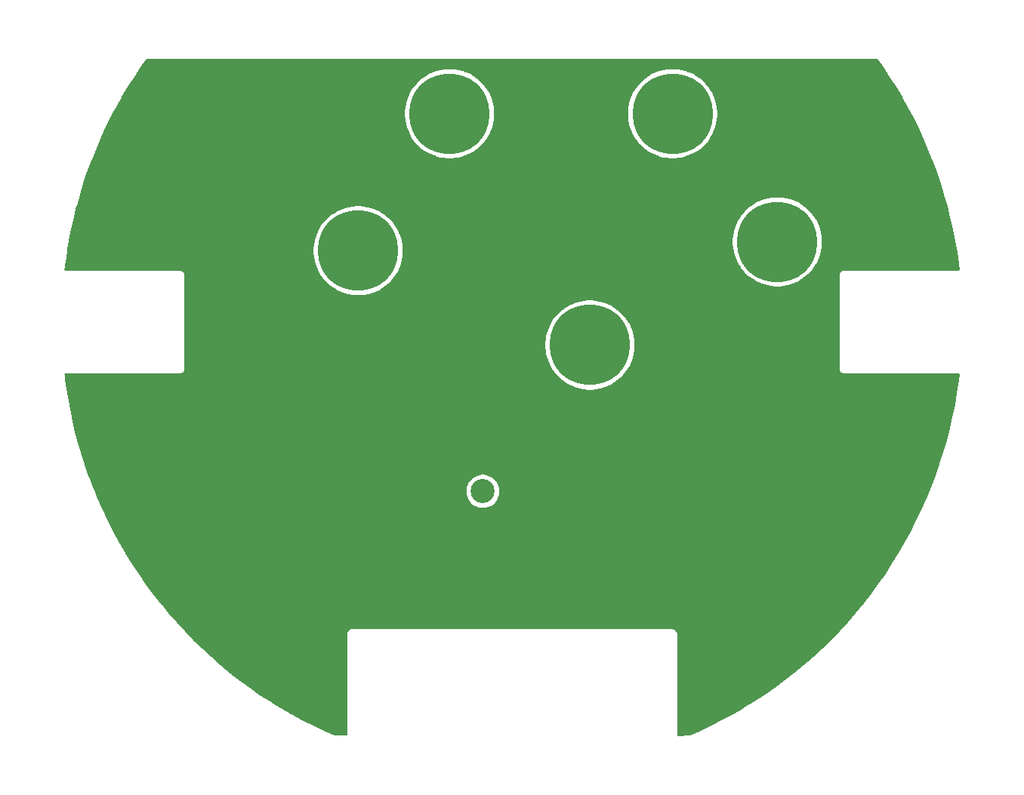
<source format=gbr>
%TF.GenerationSoftware,KiCad,Pcbnew,9.0.3*%
%TF.CreationDate,2025-07-31T21:15:47+09:00*%
%TF.ProjectId,power_circuit,706f7765-725f-4636-9972-637569742e6b,00*%
%TF.SameCoordinates,Original*%
%TF.FileFunction,Copper,L1,Top*%
%TF.FilePolarity,Positive*%
%FSLAX46Y46*%
G04 Gerber Fmt 4.6, Leading zero omitted, Abs format (unit mm)*
G04 Created by KiCad (PCBNEW 9.0.3) date 2025-07-31 21:15:47*
%MOMM*%
%LPD*%
G01*
G04 APERTURE LIST*
G04 Aperture macros list*
%AMRoundRect*
0 Rectangle with rounded corners*
0 $1 Rounding radius*
0 $2 $3 $4 $5 $6 $7 $8 $9 X,Y pos of 4 corners*
0 Add a 4 corners polygon primitive as box body*
4,1,4,$2,$3,$4,$5,$6,$7,$8,$9,$2,$3,0*
0 Add four circle primitives for the rounded corners*
1,1,$1+$1,$2,$3*
1,1,$1+$1,$4,$5*
1,1,$1+$1,$6,$7*
1,1,$1+$1,$8,$9*
0 Add four rect primitives between the rounded corners*
20,1,$1+$1,$2,$3,$4,$5,0*
20,1,$1+$1,$4,$5,$6,$7,0*
20,1,$1+$1,$6,$7,$8,$9,0*
20,1,$1+$1,$8,$9,$2,$3,0*%
G04 Aperture macros list end*
%TA.AperFunction,ComponentPad*%
%ADD10RoundRect,0.250001X-1.099999X-1.099999X1.099999X-1.099999X1.099999X1.099999X-1.099999X1.099999X0*%
%TD*%
%TA.AperFunction,ComponentPad*%
%ADD11C,2.700000*%
%TD*%
%TA.AperFunction,ComponentPad*%
%ADD12C,0.900000*%
%TD*%
%TA.AperFunction,ComponentPad*%
%ADD13C,9.000000*%
%TD*%
G04 APERTURE END LIST*
D10*
%TO.P,J7,1,Pin_1*%
%TO.N,+24V*%
X63020000Y-83625000D03*
D11*
%TO.P,J7,2,Pin_2*%
%TO.N,GND*%
X66980000Y-83625000D03*
%TD*%
D12*
%TO.P,J2,1,Pin_1*%
%TO.N,GND*%
X75611485Y-67213515D03*
X76600000Y-64827030D03*
X76600000Y-69600000D03*
X78986485Y-63838515D03*
D13*
X78986485Y-67213515D03*
D12*
X78986485Y-70588515D03*
X81372970Y-64827030D03*
X81372970Y-69600000D03*
X82361485Y-67213515D03*
%TD*%
%TO.P,J1,1,Pin_1*%
%TO.N,+24V*%
X59811485Y-67413515D03*
X60800000Y-65027030D03*
X60800000Y-69800000D03*
X63186485Y-64038515D03*
D13*
X63186485Y-67413515D03*
D12*
X63186485Y-70788515D03*
X65572970Y-65027030D03*
X65572970Y-69800000D03*
X66561485Y-67413515D03*
%TD*%
D13*
%TO.P,J5,1,1*%
%TO.N,+24V*%
X42000000Y-56625000D03*
%TO.P,J5,2,2*%
%TO.N,GND*%
X53000000Y-56625000D03*
%TD*%
%TO.P,J3,1,1*%
%TO.N,+24V*%
X52250000Y-41250000D03*
%TO.P,J3,2,2*%
%TO.N,GND*%
X63250000Y-41250000D03*
%TD*%
%TO.P,J4,1,1*%
%TO.N,+24V*%
X77250000Y-41250000D03*
%TO.P,J4,2,2*%
%TO.N,GND*%
X88250000Y-41250000D03*
%TD*%
%TO.P,J6,1,1*%
%TO.N,+24V*%
X89000000Y-55625000D03*
%TO.P,J6,2,2*%
%TO.N,GND*%
X100000000Y-55625000D03*
%TD*%
%TA.AperFunction,Conductor*%
%TO.N,+24V*%
G36*
X111256280Y-35136177D02*
G01*
X111290474Y-35168883D01*
X111873534Y-35993151D01*
X111875381Y-35995836D01*
X112611678Y-37097021D01*
X112613454Y-37099754D01*
X113320549Y-38219903D01*
X113322253Y-38222682D01*
X113999693Y-39361077D01*
X114001322Y-39363900D01*
X114648564Y-40519630D01*
X114650083Y-40522427D01*
X115266769Y-41694849D01*
X115268248Y-41697753D01*
X115853910Y-42885984D01*
X115855312Y-42888927D01*
X116409498Y-44092051D01*
X116410823Y-44095029D01*
X116933219Y-45312352D01*
X116934465Y-45315364D01*
X117424683Y-46545989D01*
X117425849Y-46549032D01*
X117883549Y-47792105D01*
X117884635Y-47795178D01*
X118309520Y-49049893D01*
X118310524Y-49052994D01*
X118702264Y-50318376D01*
X118703187Y-50321502D01*
X119061537Y-51596756D01*
X119062378Y-51599905D01*
X119387101Y-52884189D01*
X119387858Y-52887359D01*
X119678703Y-54179682D01*
X119679377Y-54182871D01*
X119936159Y-55482411D01*
X119936749Y-55485617D01*
X120159289Y-56791468D01*
X120159794Y-56794688D01*
X120347936Y-58105943D01*
X120348356Y-58109174D01*
X120421553Y-58736120D01*
X120409776Y-58804990D01*
X120362634Y-58856560D01*
X120298390Y-58874500D01*
X107434108Y-58874500D01*
X107306812Y-58908608D01*
X107192686Y-58974500D01*
X107192683Y-58974502D01*
X107099502Y-59067683D01*
X107099500Y-59067686D01*
X107033608Y-59181812D01*
X106999500Y-59309108D01*
X106999500Y-69940891D01*
X107033608Y-70068187D01*
X107066554Y-70125250D01*
X107099500Y-70182314D01*
X107192686Y-70275500D01*
X107306814Y-70341392D01*
X107434108Y-70375500D01*
X107434110Y-70375500D01*
X107617246Y-70375500D01*
X107617255Y-70375499D01*
X120298047Y-70375499D01*
X120365086Y-70395184D01*
X120410841Y-70447988D01*
X120421203Y-70513939D01*
X120341936Y-71189999D01*
X120341497Y-71193352D01*
X120144315Y-72553338D01*
X120143784Y-72556677D01*
X119909605Y-73910739D01*
X119908984Y-73914062D01*
X119637964Y-75261271D01*
X119637252Y-75264577D01*
X119329601Y-76603898D01*
X119328799Y-76607182D01*
X118984755Y-77937583D01*
X118983864Y-77940845D01*
X118603664Y-79261408D01*
X118602684Y-79264644D01*
X118186624Y-80574338D01*
X118185556Y-80577546D01*
X117733958Y-81875364D01*
X117732804Y-81878542D01*
X117245966Y-83163619D01*
X117244725Y-83166764D01*
X116723038Y-84438077D01*
X116721712Y-84441188D01*
X116165549Y-85697818D01*
X116164138Y-85700891D01*
X115573942Y-86941842D01*
X115572449Y-86944875D01*
X114948617Y-88169317D01*
X114947041Y-88172309D01*
X114290055Y-89379289D01*
X114288398Y-89382236D01*
X113598754Y-90570843D01*
X113597017Y-90573744D01*
X112875236Y-91743084D01*
X112873421Y-91745937D01*
X112120011Y-92895186D01*
X112118119Y-92897988D01*
X111333660Y-94026261D01*
X111331692Y-94029011D01*
X110516747Y-95135496D01*
X110514705Y-95138190D01*
X109669943Y-96221983D01*
X109667829Y-96224622D01*
X108793759Y-97285066D01*
X108791573Y-97287645D01*
X107888952Y-98323821D01*
X107886696Y-98326340D01*
X106956182Y-99337497D01*
X106953859Y-99339954D01*
X105996070Y-100325418D01*
X105993680Y-100327810D01*
X105009432Y-101286740D01*
X105006979Y-101289066D01*
X103996914Y-102220838D01*
X103994398Y-102223097D01*
X102959309Y-103126978D01*
X102956758Y-103129146D01*
X101897396Y-104004483D01*
X101894760Y-104006601D01*
X100811952Y-104852706D01*
X100809260Y-104854751D01*
X99703762Y-105671037D01*
X99701014Y-105673008D01*
X98573736Y-106458804D01*
X98570937Y-106460700D01*
X97422559Y-107215531D01*
X97419708Y-107217349D01*
X96251243Y-107940547D01*
X96248344Y-107942287D01*
X95060587Y-108633364D01*
X95057641Y-108635025D01*
X93851459Y-109293471D01*
X93848470Y-109295050D01*
X92624815Y-109920352D01*
X92621783Y-109921850D01*
X91381503Y-110513569D01*
X91378432Y-110514983D01*
X90222713Y-111028160D01*
X90177872Y-111038709D01*
X88879981Y-111096135D01*
X88812137Y-111079433D01*
X88764093Y-111028703D01*
X88750500Y-110972256D01*
X88750500Y-99559110D01*
X88750500Y-99559108D01*
X88716392Y-99431814D01*
X88650500Y-99317686D01*
X88557314Y-99224500D01*
X88500250Y-99191554D01*
X88443187Y-99158608D01*
X88379539Y-99141554D01*
X88315892Y-99124500D01*
X52315892Y-99124500D01*
X52184108Y-99124500D01*
X52056812Y-99158608D01*
X51942686Y-99224500D01*
X51942683Y-99224502D01*
X51849502Y-99317683D01*
X51849500Y-99317686D01*
X51783608Y-99431812D01*
X51749500Y-99559108D01*
X51749500Y-110947551D01*
X51729815Y-111014590D01*
X51677011Y-111060345D01*
X51625500Y-111071551D01*
X50404210Y-111071551D01*
X50354103Y-111060976D01*
X49207676Y-110554530D01*
X49204597Y-110553119D01*
X47961017Y-109962648D01*
X47957977Y-109961154D01*
X46730948Y-109336915D01*
X46727950Y-109335338D01*
X45518439Y-108677822D01*
X45515486Y-108676164D01*
X45444502Y-108635025D01*
X45104858Y-108438182D01*
X44324388Y-107985856D01*
X44321480Y-107984117D01*
X43532708Y-107497724D01*
X43149662Y-107261521D01*
X43146842Y-107259728D01*
X41995225Y-106505411D01*
X41992417Y-106503517D01*
X40861800Y-105718004D01*
X40859045Y-105716033D01*
X40255855Y-105272047D01*
X39750341Y-104899956D01*
X39747682Y-104897943D01*
X39098169Y-104391934D01*
X38661636Y-104051849D01*
X38658993Y-104049731D01*
X37596526Y-103174342D01*
X37593941Y-103172153D01*
X36555709Y-102268008D01*
X36553219Y-102265778D01*
X35540125Y-101333660D01*
X35537675Y-101331344D01*
X34720271Y-100536970D01*
X34550347Y-100371833D01*
X34548002Y-100369490D01*
X33634449Y-99431812D01*
X33587323Y-99383441D01*
X33584992Y-99380983D01*
X32651573Y-98369030D01*
X32649311Y-98366509D01*
X31743915Y-97329474D01*
X31741722Y-97326892D01*
X30928518Y-96342422D01*
X30864935Y-96265447D01*
X30862877Y-96262885D01*
X30015440Y-95177927D01*
X30013401Y-95175243D01*
X29985062Y-95136844D01*
X29203337Y-94077599D01*
X29195904Y-94067527D01*
X29193930Y-94064774D01*
X28407015Y-92935172D01*
X28405117Y-92932366D01*
X27649349Y-91781689D01*
X27647529Y-91778833D01*
X26923483Y-90607959D01*
X26921741Y-90605054D01*
X26901856Y-90570843D01*
X26229944Y-89414835D01*
X26228282Y-89411884D01*
X26162526Y-89291287D01*
X25569234Y-88203176D01*
X25567666Y-88200205D01*
X25553430Y-88172309D01*
X24941873Y-86973934D01*
X24940388Y-86970922D01*
X24348325Y-85728022D01*
X24346956Y-85725044D01*
X23789049Y-84466404D01*
X23787755Y-84463376D01*
X23393372Y-83503711D01*
X65129500Y-83503711D01*
X65129500Y-83746288D01*
X65161161Y-83986785D01*
X65223947Y-84221104D01*
X65314469Y-84439643D01*
X65316776Y-84445212D01*
X65438064Y-84655289D01*
X65438066Y-84655292D01*
X65438067Y-84655293D01*
X65585733Y-84847736D01*
X65585739Y-84847743D01*
X65757256Y-85019260D01*
X65757262Y-85019265D01*
X65949711Y-85166936D01*
X66159788Y-85288224D01*
X66383900Y-85381054D01*
X66618211Y-85443838D01*
X66798586Y-85467584D01*
X66858711Y-85475500D01*
X66858712Y-85475500D01*
X67101289Y-85475500D01*
X67149388Y-85469167D01*
X67341789Y-85443838D01*
X67576100Y-85381054D01*
X67800212Y-85288224D01*
X68010289Y-85166936D01*
X68202738Y-85019265D01*
X68374265Y-84847738D01*
X68521936Y-84655289D01*
X68643224Y-84445212D01*
X68736054Y-84221100D01*
X68798838Y-83986789D01*
X68830500Y-83746288D01*
X68830500Y-83503712D01*
X68798838Y-83263211D01*
X68736054Y-83028900D01*
X68643224Y-82804788D01*
X68521936Y-82594711D01*
X68374265Y-82402262D01*
X68374260Y-82402256D01*
X68202743Y-82230739D01*
X68202736Y-82230733D01*
X68010293Y-82083067D01*
X68010292Y-82083066D01*
X68010289Y-82083064D01*
X67800212Y-81961776D01*
X67800205Y-81961773D01*
X67576104Y-81868947D01*
X67341785Y-81806161D01*
X67101289Y-81774500D01*
X67101288Y-81774500D01*
X66858712Y-81774500D01*
X66858711Y-81774500D01*
X66618214Y-81806161D01*
X66383895Y-81868947D01*
X66159794Y-81961773D01*
X66159785Y-81961777D01*
X65949706Y-82083067D01*
X65757263Y-82230733D01*
X65757256Y-82230739D01*
X65585739Y-82402256D01*
X65585733Y-82402263D01*
X65438067Y-82594706D01*
X65316777Y-82804785D01*
X65316773Y-82804794D01*
X65223947Y-83028895D01*
X65161161Y-83263214D01*
X65129500Y-83503711D01*
X23393372Y-83503711D01*
X23264429Y-83189950D01*
X23263185Y-83186800D01*
X22965551Y-82402263D01*
X22774855Y-81899605D01*
X22773716Y-81896472D01*
X22766361Y-81875364D01*
X22320738Y-80596448D01*
X22319684Y-80593286D01*
X21902358Y-79281293D01*
X21901412Y-79278170D01*
X21520074Y-77955251D01*
X21519186Y-77952000D01*
X21515454Y-77937583D01*
X21174146Y-76619242D01*
X21173359Y-76616023D01*
X20864843Y-75274300D01*
X20864146Y-75271067D01*
X20592396Y-73921431D01*
X20591785Y-73918172D01*
X20356998Y-72561595D01*
X20356466Y-72558249D01*
X20158829Y-71195828D01*
X20158389Y-71192470D01*
X20157449Y-71184458D01*
X20092020Y-70626533D01*
X20078816Y-70513943D01*
X20090558Y-70445067D01*
X20137673Y-70393473D01*
X20201972Y-70375500D01*
X33065890Y-70375500D01*
X33065892Y-70375500D01*
X33193186Y-70341392D01*
X33307314Y-70275500D01*
X33400500Y-70182314D01*
X33466392Y-70068186D01*
X33500500Y-69940892D01*
X33500500Y-66995184D01*
X73985985Y-66995184D01*
X73985985Y-67431845D01*
X74024042Y-67866835D01*
X74024042Y-67866839D01*
X74099864Y-68296842D01*
X74099868Y-68296859D01*
X74212877Y-68718620D01*
X74362225Y-69128949D01*
X74362231Y-69128964D01*
X74546757Y-69524679D01*
X74546765Y-69524695D01*
X74637478Y-69681814D01*
X74765088Y-69902841D01*
X74765092Y-69902847D01*
X74765099Y-69902858D01*
X75015542Y-70260528D01*
X75218415Y-70502302D01*
X75296217Y-70595022D01*
X75604978Y-70903783D01*
X75744057Y-71020484D01*
X75939471Y-71184457D01*
X76297141Y-71434900D01*
X76297148Y-71434904D01*
X76297159Y-71434912D01*
X76675311Y-71653238D01*
X76675320Y-71653242D01*
X77071035Y-71837768D01*
X77071040Y-71837770D01*
X77071053Y-71837776D01*
X77481373Y-71987120D01*
X77481374Y-71987120D01*
X77481379Y-71987122D01*
X77597903Y-72018344D01*
X77903148Y-72100134D01*
X78333167Y-72175958D01*
X78768156Y-72214014D01*
X78768157Y-72214015D01*
X78768158Y-72214015D01*
X79204813Y-72214015D01*
X79204813Y-72214014D01*
X79639803Y-72175958D01*
X80069822Y-72100134D01*
X80491597Y-71987120D01*
X80901917Y-71837776D01*
X81297659Y-71653238D01*
X81675811Y-71434912D01*
X82033497Y-71184458D01*
X82367992Y-70903783D01*
X82676753Y-70595022D01*
X82957428Y-70260527D01*
X83207882Y-69902841D01*
X83426208Y-69524689D01*
X83610746Y-69128947D01*
X83760090Y-68718627D01*
X83873104Y-68296852D01*
X83948928Y-67866833D01*
X83986985Y-67431842D01*
X83986985Y-66995188D01*
X83948928Y-66560197D01*
X83873104Y-66130178D01*
X83760090Y-65708403D01*
X83610746Y-65298083D01*
X83426208Y-64902341D01*
X83207882Y-64524189D01*
X83207874Y-64524178D01*
X83207870Y-64524171D01*
X82957427Y-64166501D01*
X82676750Y-63832005D01*
X82367994Y-63523249D01*
X82033498Y-63242572D01*
X81675828Y-62992129D01*
X81675817Y-62992122D01*
X81675811Y-62992118D01*
X81563463Y-62927254D01*
X81297665Y-62773795D01*
X81297649Y-62773787D01*
X80901934Y-62589261D01*
X80901919Y-62589255D01*
X80901917Y-62589254D01*
X80747786Y-62533155D01*
X80491590Y-62439907D01*
X80069829Y-62326898D01*
X80069832Y-62326898D01*
X80069822Y-62326896D01*
X80069816Y-62326894D01*
X80069812Y-62326894D01*
X79639807Y-62251072D01*
X79204815Y-62213015D01*
X79204812Y-62213015D01*
X78768158Y-62213015D01*
X78768154Y-62213015D01*
X78333164Y-62251072D01*
X78333160Y-62251072D01*
X77903157Y-62326894D01*
X77903140Y-62326898D01*
X77481379Y-62439907D01*
X77071050Y-62589255D01*
X77071035Y-62589261D01*
X76675320Y-62773787D01*
X76675304Y-62773795D01*
X76297167Y-62992113D01*
X76297141Y-62992129D01*
X75939471Y-63242572D01*
X75604975Y-63523249D01*
X75296219Y-63832005D01*
X75015542Y-64166501D01*
X74765099Y-64524171D01*
X74765083Y-64524197D01*
X74546765Y-64902334D01*
X74546757Y-64902350D01*
X74362231Y-65298065D01*
X74362225Y-65298080D01*
X74212877Y-65708409D01*
X74099868Y-66130170D01*
X74099864Y-66130187D01*
X74024042Y-66560190D01*
X74024042Y-66560194D01*
X73985985Y-66995184D01*
X33500500Y-66995184D01*
X33500500Y-59309108D01*
X33466392Y-59181814D01*
X33400500Y-59067686D01*
X33307314Y-58974500D01*
X33240914Y-58936164D01*
X33193187Y-58908608D01*
X33129539Y-58891554D01*
X33065892Y-58874500D01*
X33065891Y-58874500D01*
X20201609Y-58874500D01*
X20134570Y-58854815D01*
X20088815Y-58802011D01*
X20078446Y-58736121D01*
X20101291Y-58540449D01*
X20151646Y-58109143D01*
X20152062Y-58105943D01*
X20176421Y-57936174D01*
X20340213Y-56794624D01*
X20340697Y-56791542D01*
X20406286Y-56406669D01*
X47999500Y-56406669D01*
X47999500Y-56843330D01*
X48037557Y-57278320D01*
X48037557Y-57278324D01*
X48113379Y-57708327D01*
X48113383Y-57708344D01*
X48226392Y-58130105D01*
X48375740Y-58540434D01*
X48375746Y-58540449D01*
X48560272Y-58936164D01*
X48560280Y-58936180D01*
X48636205Y-59067686D01*
X48778603Y-59314326D01*
X48778607Y-59314332D01*
X48778614Y-59314343D01*
X49029057Y-59672013D01*
X49175387Y-59846401D01*
X49309732Y-60006507D01*
X49618493Y-60315268D01*
X49757572Y-60431969D01*
X49952986Y-60595942D01*
X50310656Y-60846385D01*
X50310663Y-60846389D01*
X50310674Y-60846397D01*
X50688826Y-61064723D01*
X50688835Y-61064727D01*
X51084550Y-61249253D01*
X51084555Y-61249255D01*
X51084568Y-61249261D01*
X51494888Y-61398605D01*
X51494889Y-61398605D01*
X51494894Y-61398607D01*
X51627398Y-61434110D01*
X51916663Y-61511619D01*
X52346682Y-61587443D01*
X52781671Y-61625499D01*
X52781672Y-61625500D01*
X52781673Y-61625500D01*
X53218328Y-61625500D01*
X53218328Y-61625499D01*
X53653318Y-61587443D01*
X54083337Y-61511619D01*
X54505112Y-61398605D01*
X54915432Y-61249261D01*
X55311174Y-61064723D01*
X55689326Y-60846397D01*
X56047012Y-60595943D01*
X56381507Y-60315268D01*
X56690268Y-60006507D01*
X56970943Y-59672012D01*
X57221397Y-59314326D01*
X57439723Y-58936174D01*
X57624261Y-58540432D01*
X57773605Y-58130112D01*
X57886619Y-57708337D01*
X57962443Y-57278318D01*
X58000500Y-56843327D01*
X58000500Y-56406673D01*
X57962443Y-55971682D01*
X57961952Y-55968900D01*
X57939811Y-55843327D01*
X57886619Y-55541663D01*
X57850449Y-55406673D01*
X57850448Y-55406669D01*
X94999500Y-55406669D01*
X94999500Y-55843330D01*
X95037557Y-56278320D01*
X95037557Y-56278324D01*
X95113379Y-56708327D01*
X95113383Y-56708344D01*
X95226392Y-57130105D01*
X95375740Y-57540434D01*
X95375746Y-57540449D01*
X95560272Y-57936164D01*
X95560280Y-57936180D01*
X95660159Y-58109175D01*
X95778603Y-58314326D01*
X95778607Y-58314332D01*
X95778614Y-58314343D01*
X96029057Y-58672013D01*
X96138139Y-58802011D01*
X96309732Y-59006507D01*
X96618493Y-59315268D01*
X96757572Y-59431969D01*
X96952986Y-59595942D01*
X97310656Y-59846385D01*
X97310663Y-59846389D01*
X97310674Y-59846397D01*
X97688826Y-60064723D01*
X97688835Y-60064727D01*
X98084550Y-60249253D01*
X98084555Y-60249255D01*
X98084568Y-60249261D01*
X98494888Y-60398605D01*
X98494889Y-60398605D01*
X98494894Y-60398607D01*
X98627398Y-60434110D01*
X98916663Y-60511619D01*
X99346682Y-60587443D01*
X99781671Y-60625499D01*
X99781672Y-60625500D01*
X99781673Y-60625500D01*
X100218328Y-60625500D01*
X100218328Y-60625499D01*
X100653318Y-60587443D01*
X101083337Y-60511619D01*
X101505112Y-60398605D01*
X101915432Y-60249261D01*
X102311174Y-60064723D01*
X102689326Y-59846397D01*
X103047012Y-59595943D01*
X103381507Y-59315268D01*
X103690268Y-59006507D01*
X103970943Y-58672012D01*
X104221397Y-58314326D01*
X104439723Y-57936174D01*
X104624261Y-57540432D01*
X104773605Y-57130112D01*
X104886619Y-56708337D01*
X104962443Y-56278318D01*
X105000500Y-55843327D01*
X105000500Y-55406673D01*
X104962443Y-54971682D01*
X104886619Y-54541663D01*
X104773605Y-54119888D01*
X104624261Y-53709568D01*
X104439723Y-53313826D01*
X104221397Y-52935674D01*
X104221389Y-52935663D01*
X104221385Y-52935656D01*
X103970942Y-52577986D01*
X103690265Y-52243490D01*
X103381509Y-51934734D01*
X103047013Y-51654057D01*
X102689343Y-51403614D01*
X102689332Y-51403607D01*
X102689326Y-51403603D01*
X102576978Y-51338739D01*
X102311180Y-51185280D01*
X102311164Y-51185272D01*
X101915449Y-51000746D01*
X101915434Y-51000740D01*
X101915432Y-51000739D01*
X101761301Y-50944640D01*
X101505105Y-50851392D01*
X101083344Y-50738383D01*
X101083347Y-50738383D01*
X101083337Y-50738381D01*
X101083331Y-50738379D01*
X101083327Y-50738379D01*
X100653322Y-50662557D01*
X100218330Y-50624500D01*
X100218327Y-50624500D01*
X99781673Y-50624500D01*
X99781669Y-50624500D01*
X99346679Y-50662557D01*
X99346675Y-50662557D01*
X98916672Y-50738379D01*
X98916655Y-50738383D01*
X98494894Y-50851392D01*
X98084565Y-51000740D01*
X98084550Y-51000746D01*
X97688835Y-51185272D01*
X97688819Y-51185280D01*
X97310682Y-51403598D01*
X97310656Y-51403614D01*
X96952986Y-51654057D01*
X96618490Y-51934734D01*
X96309734Y-52243490D01*
X96029057Y-52577986D01*
X95778614Y-52935656D01*
X95778598Y-52935682D01*
X95560280Y-53313819D01*
X95560272Y-53313835D01*
X95375746Y-53709550D01*
X95375740Y-53709565D01*
X95226392Y-54119894D01*
X95113383Y-54541655D01*
X95113379Y-54541672D01*
X95037557Y-54971675D01*
X95037557Y-54971679D01*
X94999500Y-55406669D01*
X57850448Y-55406669D01*
X57773607Y-55119894D01*
X57773605Y-55119888D01*
X57624261Y-54709568D01*
X57590375Y-54636900D01*
X57439727Y-54313835D01*
X57439719Y-54313819D01*
X57364116Y-54182871D01*
X57221397Y-53935674D01*
X57221389Y-53935663D01*
X57221385Y-53935656D01*
X56970942Y-53577986D01*
X56749284Y-53313826D01*
X56690268Y-53243493D01*
X56381507Y-52934732D01*
X56288787Y-52856930D01*
X56047013Y-52654057D01*
X55689343Y-52403614D01*
X55689332Y-52403607D01*
X55689326Y-52403603D01*
X55576978Y-52338739D01*
X55311180Y-52185280D01*
X55311164Y-52185272D01*
X54915449Y-52000746D01*
X54915434Y-52000740D01*
X54915432Y-52000739D01*
X54761301Y-51944640D01*
X54505105Y-51851392D01*
X54083344Y-51738383D01*
X54083347Y-51738383D01*
X54083337Y-51738381D01*
X54083331Y-51738379D01*
X54083327Y-51738379D01*
X53653322Y-51662557D01*
X53218330Y-51624500D01*
X53218327Y-51624500D01*
X52781673Y-51624500D01*
X52781669Y-51624500D01*
X52346679Y-51662557D01*
X52346675Y-51662557D01*
X51916672Y-51738379D01*
X51916655Y-51738383D01*
X51494894Y-51851392D01*
X51084565Y-52000740D01*
X51084550Y-52000746D01*
X50688835Y-52185272D01*
X50688819Y-52185280D01*
X50310682Y-52403598D01*
X50310656Y-52403614D01*
X49952986Y-52654057D01*
X49618490Y-52934734D01*
X49309734Y-53243490D01*
X49029057Y-53577986D01*
X48778614Y-53935656D01*
X48778598Y-53935682D01*
X48560280Y-54313819D01*
X48560272Y-54313835D01*
X48375746Y-54709550D01*
X48375740Y-54709565D01*
X48226392Y-55119894D01*
X48113383Y-55541655D01*
X48113379Y-55541672D01*
X48037557Y-55971675D01*
X48037557Y-55971679D01*
X47999500Y-56406669D01*
X20406286Y-56406669D01*
X20563253Y-55485592D01*
X20563839Y-55482411D01*
X20572998Y-55436060D01*
X20820630Y-54182825D01*
X20821285Y-54179728D01*
X21112151Y-52887309D01*
X21112884Y-52884239D01*
X21437621Y-51599900D01*
X21438461Y-51596756D01*
X21796830Y-50321435D01*
X21797714Y-50318442D01*
X22189496Y-49052923D01*
X22190455Y-49049961D01*
X22615367Y-47795165D01*
X22616449Y-47792105D01*
X23074156Y-46549012D01*
X23075315Y-46545989D01*
X23238387Y-46136619D01*
X23565551Y-45315317D01*
X23566779Y-45312352D01*
X24089179Y-44095017D01*
X24090500Y-44092050D01*
X24644727Y-42888839D01*
X24646047Y-42886068D01*
X25231766Y-41697718D01*
X25233222Y-41694863D01*
X25582057Y-41031669D01*
X58249500Y-41031669D01*
X58249500Y-41468330D01*
X58287557Y-41903320D01*
X58287557Y-41903324D01*
X58363379Y-42333327D01*
X58363383Y-42333344D01*
X58476392Y-42755105D01*
X58625740Y-43165434D01*
X58625746Y-43165449D01*
X58810272Y-43561164D01*
X58810277Y-43561174D01*
X59028603Y-43939326D01*
X59028607Y-43939332D01*
X59028614Y-43939343D01*
X59279057Y-44297013D01*
X59481930Y-44538787D01*
X59559732Y-44631507D01*
X59868493Y-44940268D01*
X60007572Y-45056969D01*
X60202986Y-45220942D01*
X60560656Y-45471385D01*
X60560663Y-45471389D01*
X60560674Y-45471397D01*
X60938826Y-45689723D01*
X60938835Y-45689727D01*
X61334550Y-45874253D01*
X61334555Y-45874255D01*
X61334568Y-45874261D01*
X61744888Y-46023605D01*
X61744889Y-46023605D01*
X61744894Y-46023607D01*
X61877398Y-46059110D01*
X62166663Y-46136619D01*
X62596682Y-46212443D01*
X63031671Y-46250499D01*
X63031672Y-46250500D01*
X63031673Y-46250500D01*
X63468328Y-46250500D01*
X63468328Y-46250499D01*
X63903318Y-46212443D01*
X64333337Y-46136619D01*
X64755112Y-46023605D01*
X65165432Y-45874261D01*
X65561174Y-45689723D01*
X65939326Y-45471397D01*
X66297012Y-45220943D01*
X66631507Y-44940268D01*
X66940268Y-44631507D01*
X67220943Y-44297012D01*
X67471397Y-43939326D01*
X67689723Y-43561174D01*
X67874261Y-43165432D01*
X68023605Y-42755112D01*
X68136619Y-42333337D01*
X68212443Y-41903318D01*
X68250500Y-41468327D01*
X68250500Y-41031673D01*
X68250500Y-41031669D01*
X83249500Y-41031669D01*
X83249500Y-41468330D01*
X83287557Y-41903320D01*
X83287557Y-41903324D01*
X83363379Y-42333327D01*
X83363383Y-42333344D01*
X83476392Y-42755105D01*
X83625740Y-43165434D01*
X83625746Y-43165449D01*
X83810272Y-43561164D01*
X83810277Y-43561174D01*
X84028603Y-43939326D01*
X84028607Y-43939332D01*
X84028614Y-43939343D01*
X84279057Y-44297013D01*
X84481930Y-44538787D01*
X84559732Y-44631507D01*
X84868493Y-44940268D01*
X85007572Y-45056969D01*
X85202986Y-45220942D01*
X85560656Y-45471385D01*
X85560663Y-45471389D01*
X85560674Y-45471397D01*
X85938826Y-45689723D01*
X85938835Y-45689727D01*
X86334550Y-45874253D01*
X86334555Y-45874255D01*
X86334568Y-45874261D01*
X86744888Y-46023605D01*
X86744889Y-46023605D01*
X86744894Y-46023607D01*
X86877398Y-46059110D01*
X87166663Y-46136619D01*
X87596682Y-46212443D01*
X88031671Y-46250499D01*
X88031672Y-46250500D01*
X88031673Y-46250500D01*
X88468328Y-46250500D01*
X88468328Y-46250499D01*
X88903318Y-46212443D01*
X89333337Y-46136619D01*
X89755112Y-46023605D01*
X90165432Y-45874261D01*
X90561174Y-45689723D01*
X90939326Y-45471397D01*
X91297012Y-45220943D01*
X91631507Y-44940268D01*
X91940268Y-44631507D01*
X92220943Y-44297012D01*
X92471397Y-43939326D01*
X92689723Y-43561174D01*
X92874261Y-43165432D01*
X93023605Y-42755112D01*
X93136619Y-42333337D01*
X93212443Y-41903318D01*
X93250500Y-41468327D01*
X93250500Y-41031673D01*
X93212443Y-40596682D01*
X93199361Y-40522493D01*
X93190810Y-40473999D01*
X93136619Y-40166663D01*
X93023605Y-39744888D01*
X92874261Y-39334568D01*
X92689723Y-38938826D01*
X92471397Y-38560674D01*
X92471389Y-38560663D01*
X92471385Y-38560656D01*
X92220942Y-38202986D01*
X91940265Y-37868490D01*
X91631509Y-37559734D01*
X91297013Y-37279057D01*
X90939343Y-37028614D01*
X90939332Y-37028607D01*
X90939326Y-37028603D01*
X90826978Y-36963739D01*
X90561180Y-36810280D01*
X90561164Y-36810272D01*
X90165449Y-36625746D01*
X90165434Y-36625740D01*
X90165432Y-36625739D01*
X90011301Y-36569640D01*
X89755105Y-36476392D01*
X89333344Y-36363383D01*
X89333347Y-36363383D01*
X89333337Y-36363381D01*
X89333331Y-36363379D01*
X89333327Y-36363379D01*
X88903322Y-36287557D01*
X88468330Y-36249500D01*
X88468327Y-36249500D01*
X88031673Y-36249500D01*
X88031669Y-36249500D01*
X87596679Y-36287557D01*
X87596675Y-36287557D01*
X87166672Y-36363379D01*
X87166655Y-36363383D01*
X86744894Y-36476392D01*
X86334565Y-36625740D01*
X86334550Y-36625746D01*
X85938835Y-36810272D01*
X85938819Y-36810280D01*
X85560682Y-37028598D01*
X85560656Y-37028614D01*
X85202986Y-37279057D01*
X84868490Y-37559734D01*
X84559734Y-37868490D01*
X84279057Y-38202986D01*
X84028614Y-38560656D01*
X84028598Y-38560682D01*
X83810280Y-38938819D01*
X83810272Y-38938835D01*
X83625746Y-39334550D01*
X83625740Y-39334565D01*
X83476392Y-39744894D01*
X83363383Y-40166655D01*
X83363379Y-40166672D01*
X83287557Y-40596675D01*
X83287557Y-40596679D01*
X83249500Y-41031669D01*
X68250500Y-41031669D01*
X68212443Y-40596682D01*
X68199361Y-40522493D01*
X68190810Y-40473999D01*
X68136619Y-40166663D01*
X68023605Y-39744888D01*
X67874261Y-39334568D01*
X67689723Y-38938826D01*
X67471397Y-38560674D01*
X67471389Y-38560663D01*
X67471385Y-38560656D01*
X67220942Y-38202986D01*
X66940265Y-37868490D01*
X66631509Y-37559734D01*
X66297013Y-37279057D01*
X65939343Y-37028614D01*
X65939332Y-37028607D01*
X65939326Y-37028603D01*
X65826978Y-36963739D01*
X65561180Y-36810280D01*
X65561164Y-36810272D01*
X65165449Y-36625746D01*
X65165434Y-36625740D01*
X65165432Y-36625739D01*
X65011301Y-36569640D01*
X64755105Y-36476392D01*
X64333344Y-36363383D01*
X64333347Y-36363383D01*
X64333337Y-36363381D01*
X64333331Y-36363379D01*
X64333327Y-36363379D01*
X63903322Y-36287557D01*
X63468330Y-36249500D01*
X63468327Y-36249500D01*
X63031673Y-36249500D01*
X63031669Y-36249500D01*
X62596679Y-36287557D01*
X62596675Y-36287557D01*
X62166672Y-36363379D01*
X62166655Y-36363383D01*
X61744894Y-36476392D01*
X61334565Y-36625740D01*
X61334550Y-36625746D01*
X60938835Y-36810272D01*
X60938819Y-36810280D01*
X60560682Y-37028598D01*
X60560656Y-37028614D01*
X60202986Y-37279057D01*
X59868490Y-37559734D01*
X59559734Y-37868490D01*
X59279057Y-38202986D01*
X59028614Y-38560656D01*
X59028598Y-38560682D01*
X58810280Y-38938819D01*
X58810272Y-38938835D01*
X58625746Y-39334550D01*
X58625740Y-39334565D01*
X58476392Y-39744894D01*
X58363383Y-40166655D01*
X58363379Y-40166672D01*
X58287557Y-40596675D01*
X58287557Y-40596679D01*
X58249500Y-41031669D01*
X25582057Y-41031669D01*
X25849945Y-40522368D01*
X25851396Y-40519698D01*
X26498705Y-39363849D01*
X26500278Y-39361123D01*
X27177759Y-38222657D01*
X27179434Y-38219926D01*
X27886567Y-37099718D01*
X27888296Y-37097057D01*
X28624653Y-35995781D01*
X28626428Y-35993202D01*
X29209524Y-35168882D01*
X29264309Y-35125520D01*
X29310756Y-35116492D01*
X111189244Y-35116492D01*
X111256280Y-35136177D01*
G37*
%TD.AperFunction*%
%TD*%
M02*

</source>
